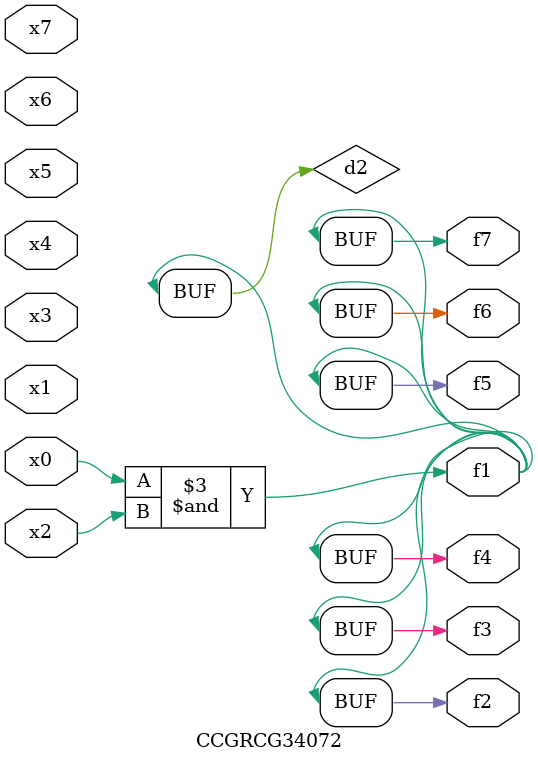
<source format=v>
module CCGRCG34072(
	input x0, x1, x2, x3, x4, x5, x6, x7,
	output f1, f2, f3, f4, f5, f6, f7
);

	wire d1, d2;

	nor (d1, x3, x6);
	and (d2, x0, x2);
	assign f1 = d2;
	assign f2 = d2;
	assign f3 = d2;
	assign f4 = d2;
	assign f5 = d2;
	assign f6 = d2;
	assign f7 = d2;
endmodule

</source>
